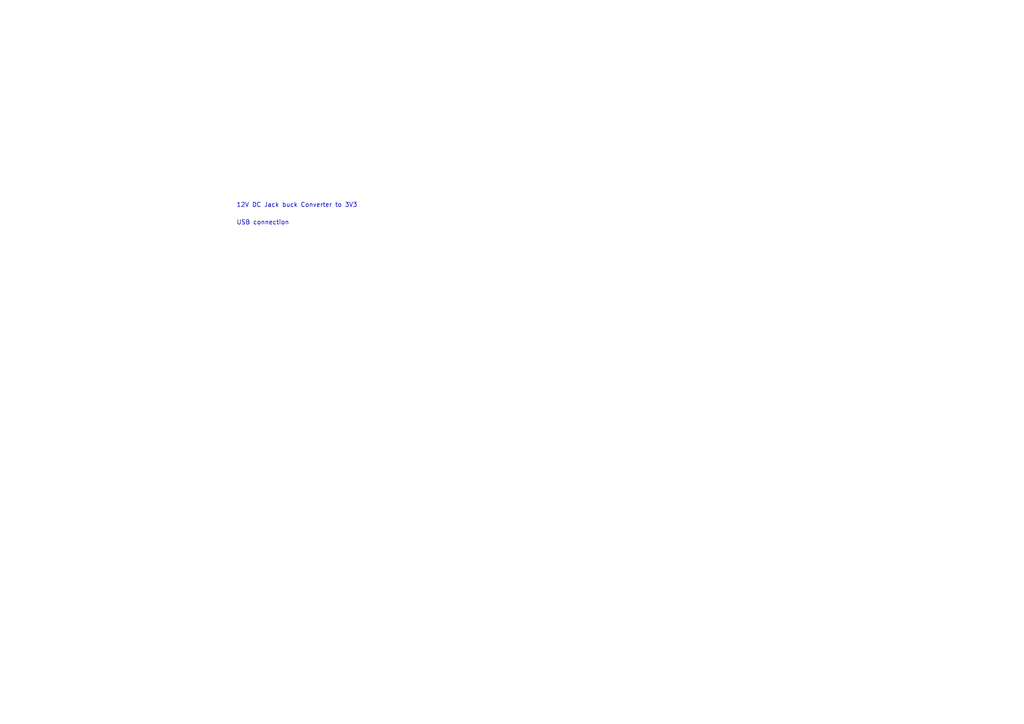
<source format=kicad_sch>
(kicad_sch (version 20230121) (generator eeschema)
  (paper "A4")
  (lib_symbols)
  (text "12V DC Jack buck Converter to 3V3\n" (at 68.58 60.325 0) (effects (font (size 1.27 1.27)) (justify left bottom)))
  (text "USB connection\n" (at 68.58 65.405 0) (effects (font (size 1.27 1.27)) (justify left bottom)))
)
</source>
